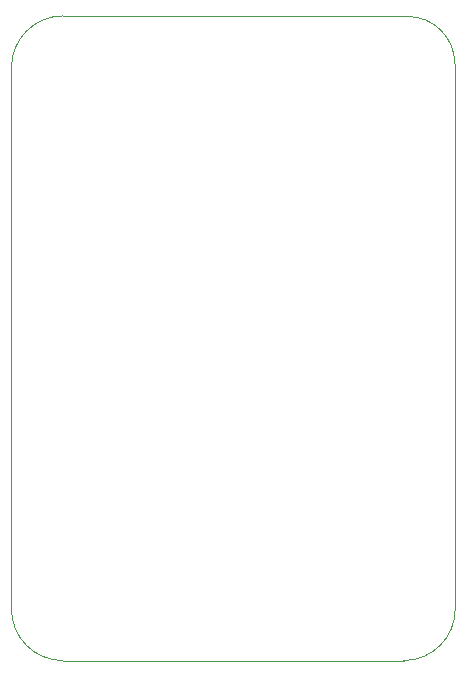
<source format=gbr>
%TF.GenerationSoftware,KiCad,Pcbnew,9.0.2*%
%TF.CreationDate,2025-06-18T19:47:00+03:00*%
%TF.ProjectId,solder_PCB,736f6c64-6572-45f5-9043-422e6b696361,rev?*%
%TF.SameCoordinates,Original*%
%TF.FileFunction,Profile,NP*%
%FSLAX46Y46*%
G04 Gerber Fmt 4.6, Leading zero omitted, Abs format (unit mm)*
G04 Created by KiCad (PCBNEW 9.0.2) date 2025-06-18 19:47:00*
%MOMM*%
%LPD*%
G01*
G04 APERTURE LIST*
%TA.AperFunction,Profile*%
%ADD10C,0.050000*%
%TD*%
G04 APERTURE END LIST*
D10*
X137828427Y-73460542D02*
X167000000Y-73500000D01*
X133460541Y-123671570D02*
X133460541Y-77828400D01*
X137828400Y-128039459D02*
X166671600Y-128039459D01*
X171039458Y-123671573D02*
X171000000Y-77500000D01*
X171039459Y-123671573D02*
G75*
G02*
X166671573Y-128039459I-4367886J0D01*
G01*
X137828427Y-128039459D02*
G75*
G02*
X133460541Y-123671573I0J4367886D01*
G01*
X133460541Y-77828427D02*
G75*
G02*
X137828427Y-73460541I4367886J0D01*
G01*
X167000000Y-73500000D02*
G75*
G02*
X171000000Y-77500000I0J-4000000D01*
G01*
M02*

</source>
